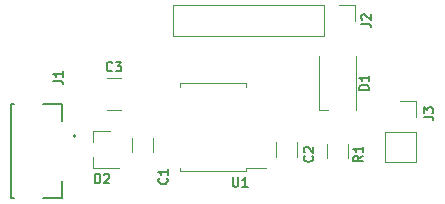
<source format=gto>
%TF.GenerationSoftware,KiCad,Pcbnew,(5.99.0-6951-g72beaf1538)*%
%TF.CreationDate,2020-11-29T14:33:23+11:00*%
%TF.ProjectId,contact-block-v4,636f6e74-6163-4742-9d62-6c6f636b2d76,rev?*%
%TF.SameCoordinates,Original*%
%TF.FileFunction,Legend,Top*%
%TF.FilePolarity,Positive*%
%FSLAX46Y46*%
G04 Gerber Fmt 4.6, Leading zero omitted, Abs format (unit mm)*
G04 Created by KiCad (PCBNEW (5.99.0-6951-g72beaf1538)) date 2020-11-29 14:33:23*
%MOMM*%
%LPD*%
G01*
G04 APERTURE LIST*
%ADD10C,0.200000*%
%ADD11C,0.127000*%
%ADD12C,0.120000*%
G04 APERTURE END LIST*
D10*
%TO.C,J1*%
X99764904Y-80784666D02*
X100336333Y-80784666D01*
X100450619Y-80822761D01*
X100526809Y-80898952D01*
X100564904Y-81013238D01*
X100564904Y-81089428D01*
X100564904Y-79984666D02*
X100564904Y-80441809D01*
X100564904Y-80213238D02*
X99764904Y-80213238D01*
X99879190Y-80289428D01*
X99955380Y-80365619D01*
X99993476Y-80441809D01*
%TO.C,J3*%
X131133904Y-83832666D02*
X131705333Y-83832666D01*
X131819619Y-83870761D01*
X131895809Y-83946952D01*
X131933904Y-84061238D01*
X131933904Y-84137428D01*
X131133904Y-83527904D02*
X131133904Y-83032666D01*
X131438666Y-83299333D01*
X131438666Y-83185047D01*
X131476761Y-83108857D01*
X131514857Y-83070761D01*
X131591047Y-83032666D01*
X131781523Y-83032666D01*
X131857714Y-83070761D01*
X131895809Y-83108857D01*
X131933904Y-83185047D01*
X131933904Y-83413619D01*
X131895809Y-83489809D01*
X131857714Y-83527904D01*
%TO.C,R1*%
X125964904Y-87128333D02*
X125583952Y-87395000D01*
X125964904Y-87585476D02*
X125164904Y-87585476D01*
X125164904Y-87280714D01*
X125203000Y-87204523D01*
X125241095Y-87166428D01*
X125317285Y-87128333D01*
X125431571Y-87128333D01*
X125507761Y-87166428D01*
X125545857Y-87204523D01*
X125583952Y-87280714D01*
X125583952Y-87585476D01*
X125964904Y-86366428D02*
X125964904Y-86823571D01*
X125964904Y-86595000D02*
X125164904Y-86595000D01*
X125279190Y-86671190D01*
X125355380Y-86747380D01*
X125393476Y-86823571D01*
%TO.C,D2*%
X103295523Y-89475904D02*
X103295523Y-88675904D01*
X103486000Y-88675904D01*
X103600285Y-88714000D01*
X103676476Y-88790190D01*
X103714571Y-88866380D01*
X103752666Y-89018761D01*
X103752666Y-89133047D01*
X103714571Y-89285428D01*
X103676476Y-89361619D01*
X103600285Y-89437809D01*
X103486000Y-89475904D01*
X103295523Y-89475904D01*
X104057428Y-88752095D02*
X104095523Y-88714000D01*
X104171714Y-88675904D01*
X104362190Y-88675904D01*
X104438380Y-88714000D01*
X104476476Y-88752095D01*
X104514571Y-88828285D01*
X104514571Y-88904476D01*
X104476476Y-89018761D01*
X104019333Y-89475904D01*
X104514571Y-89475904D01*
%TO.C,U1*%
X114960476Y-88969904D02*
X114960476Y-89617523D01*
X114998571Y-89693714D01*
X115036666Y-89731809D01*
X115112857Y-89769904D01*
X115265238Y-89769904D01*
X115341428Y-89731809D01*
X115379523Y-89693714D01*
X115417619Y-89617523D01*
X115417619Y-88969904D01*
X116217619Y-89769904D02*
X115760476Y-89769904D01*
X115989047Y-89769904D02*
X115989047Y-88969904D01*
X115912857Y-89084190D01*
X115836666Y-89160380D01*
X115760476Y-89198476D01*
%TO.C,C2*%
X121697714Y-87128333D02*
X121735809Y-87166428D01*
X121773904Y-87280714D01*
X121773904Y-87356904D01*
X121735809Y-87471190D01*
X121659619Y-87547380D01*
X121583428Y-87585476D01*
X121431047Y-87623571D01*
X121316761Y-87623571D01*
X121164380Y-87585476D01*
X121088190Y-87547380D01*
X121012000Y-87471190D01*
X120973904Y-87356904D01*
X120973904Y-87280714D01*
X121012000Y-87166428D01*
X121050095Y-87128333D01*
X121050095Y-86823571D02*
X121012000Y-86785476D01*
X120973904Y-86709285D01*
X120973904Y-86518809D01*
X121012000Y-86442619D01*
X121050095Y-86404523D01*
X121126285Y-86366428D01*
X121202476Y-86366428D01*
X121316761Y-86404523D01*
X121773904Y-86861666D01*
X121773904Y-86366428D01*
%TO.C,D1*%
X126472904Y-81564476D02*
X125672904Y-81564476D01*
X125672904Y-81374000D01*
X125711000Y-81259714D01*
X125787190Y-81183523D01*
X125863380Y-81145428D01*
X126015761Y-81107333D01*
X126130047Y-81107333D01*
X126282428Y-81145428D01*
X126358619Y-81183523D01*
X126434809Y-81259714D01*
X126472904Y-81374000D01*
X126472904Y-81564476D01*
X126472904Y-80345428D02*
X126472904Y-80802571D01*
X126472904Y-80574000D02*
X125672904Y-80574000D01*
X125787190Y-80650190D01*
X125863380Y-80726380D01*
X125901476Y-80802571D01*
%TO.C,C1*%
X109378714Y-89033333D02*
X109416809Y-89071428D01*
X109454904Y-89185714D01*
X109454904Y-89261904D01*
X109416809Y-89376190D01*
X109340619Y-89452380D01*
X109264428Y-89490476D01*
X109112047Y-89528571D01*
X108997761Y-89528571D01*
X108845380Y-89490476D01*
X108769190Y-89452380D01*
X108693000Y-89376190D01*
X108654904Y-89261904D01*
X108654904Y-89185714D01*
X108693000Y-89071428D01*
X108731095Y-89033333D01*
X109454904Y-88271428D02*
X109454904Y-88728571D01*
X109454904Y-88500000D02*
X108654904Y-88500000D01*
X108769190Y-88576190D01*
X108845380Y-88652380D01*
X108883476Y-88728571D01*
%TO.C,J2*%
X125843904Y-75958666D02*
X126415333Y-75958666D01*
X126529619Y-75996761D01*
X126605809Y-76072952D01*
X126643904Y-76187238D01*
X126643904Y-76263428D01*
X125920095Y-75615809D02*
X125882000Y-75577714D01*
X125843904Y-75501523D01*
X125843904Y-75311047D01*
X125882000Y-75234857D01*
X125920095Y-75196761D01*
X125996285Y-75158666D01*
X126072476Y-75158666D01*
X126186761Y-75196761D01*
X126643904Y-75653904D01*
X126643904Y-75158666D01*
%TO.C,C3*%
X104768666Y-79920714D02*
X104730571Y-79958809D01*
X104616285Y-79996904D01*
X104540095Y-79996904D01*
X104425809Y-79958809D01*
X104349619Y-79882619D01*
X104311523Y-79806428D01*
X104273428Y-79654047D01*
X104273428Y-79539761D01*
X104311523Y-79387380D01*
X104349619Y-79311190D01*
X104425809Y-79235000D01*
X104540095Y-79196904D01*
X104616285Y-79196904D01*
X104730571Y-79235000D01*
X104768666Y-79273095D01*
X105035333Y-79196904D02*
X105530571Y-79196904D01*
X105263904Y-79501666D01*
X105378190Y-79501666D01*
X105454380Y-79539761D01*
X105492476Y-79577857D01*
X105530571Y-79654047D01*
X105530571Y-79844523D01*
X105492476Y-79920714D01*
X105454380Y-79958809D01*
X105378190Y-79996904D01*
X105149619Y-79996904D01*
X105073428Y-79958809D01*
X105035333Y-79920714D01*
D11*
%TO.C,J1*%
X96463000Y-90741000D02*
X96213000Y-90741000D01*
X96463000Y-82741000D02*
X96213000Y-82741000D01*
X100513000Y-82741000D02*
X100513000Y-84191000D01*
X96213000Y-82741000D02*
X96213000Y-90741000D01*
X100513000Y-90741000D02*
X98863000Y-90741000D01*
X100513000Y-82741000D02*
X98863000Y-82741000D01*
X100513000Y-90741000D02*
X100513000Y-89291000D01*
D10*
X101663000Y-85441000D02*
G75*
G03*
X101663000Y-85441000I-100000J0D01*
G01*
D12*
%TO.C,J3*%
X127829000Y-85090000D02*
X127829000Y-87690000D01*
X130489000Y-82490000D02*
X130489000Y-83820000D01*
X127829000Y-87690000D02*
X130489000Y-87690000D01*
X130489000Y-85090000D02*
X130489000Y-87690000D01*
X127829000Y-85090000D02*
X130489000Y-85090000D01*
X129159000Y-82490000D02*
X130489000Y-82490000D01*
%TO.C,R1*%
X124735000Y-86138936D02*
X124735000Y-87343064D01*
X122915000Y-86138936D02*
X122915000Y-87343064D01*
%TO.C,D2*%
X103126000Y-88194000D02*
X105286000Y-88194000D01*
X103126000Y-85034000D02*
X103126000Y-85964000D01*
X103126000Y-88194000D02*
X103126000Y-87264000D01*
X103126000Y-85034000D02*
X104586000Y-85034000D01*
%TO.C,U1*%
X116044000Y-88144000D02*
X117734000Y-88144000D01*
X113284000Y-88419000D02*
X110524000Y-88419000D01*
X110524000Y-88419000D02*
X110524000Y-88144000D01*
X113284000Y-80999000D02*
X116044000Y-80999000D01*
X113284000Y-88419000D02*
X116044000Y-88419000D01*
X110524000Y-80999000D02*
X110524000Y-81274000D01*
X116044000Y-88419000D02*
X116044000Y-88144000D01*
X113284000Y-80999000D02*
X110524000Y-80999000D01*
X116044000Y-80999000D02*
X116044000Y-81274000D01*
%TO.C,C2*%
X118597000Y-87213064D02*
X118597000Y-86008936D01*
X120417000Y-87213064D02*
X120417000Y-86008936D01*
%TO.C,D1*%
X122225000Y-78649000D02*
X122225000Y-83299000D01*
X122225000Y-83299000D02*
X123025000Y-83299000D01*
X125425000Y-78649000D02*
X125425000Y-83299000D01*
%TO.C,C1*%
X106405000Y-85630936D02*
X106405000Y-86835064D01*
X108225000Y-85630936D02*
X108225000Y-86835064D01*
%TO.C,J2*%
X122682000Y-74362000D02*
X122682000Y-77022000D01*
X123952000Y-74362000D02*
X125282000Y-74362000D01*
X122682000Y-77022000D02*
X109922000Y-77022000D01*
X125282000Y-74362000D02*
X125282000Y-75692000D01*
X109922000Y-74362000D02*
X109922000Y-77022000D01*
X122682000Y-74362000D02*
X109922000Y-74362000D01*
%TO.C,C3*%
X104299936Y-80555000D02*
X105504064Y-80555000D01*
X104299936Y-83275000D02*
X105504064Y-83275000D01*
%TD*%
M02*

</source>
